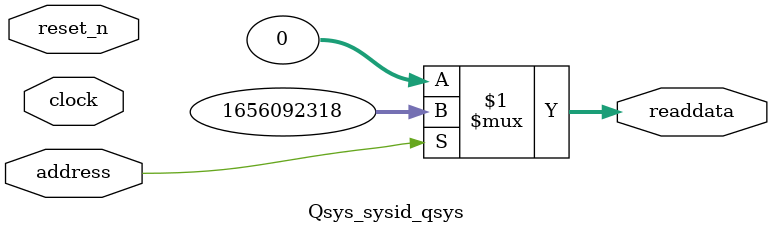
<source format=v>



// synthesis translate_off
`timescale 1ns / 1ps
// synthesis translate_on

// turn off superfluous verilog processor warnings 
// altera message_level Level1 
// altera message_off 10034 10035 10036 10037 10230 10240 10030 

module Qsys_sysid_qsys (
               // inputs:
                address,
                clock,
                reset_n,

               // outputs:
                readdata
             )
;

  output  [ 31: 0] readdata;
  input            address;
  input            clock;
  input            reset_n;

  wire    [ 31: 0] readdata;
  //control_slave, which is an e_avalon_slave
  assign readdata = address ? 1656092318 : 0;

endmodule



</source>
